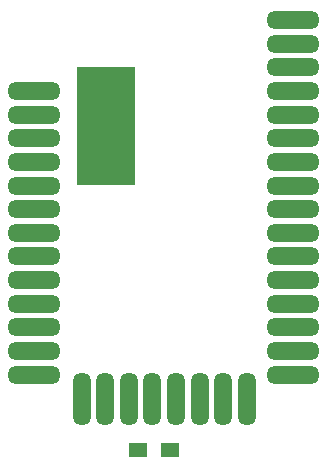
<source format=gbr>
G04 #@! TF.FileFunction,Paste,Top*
%FSLAX46Y46*%
G04 Gerber Fmt 4.6, Leading zero omitted, Abs format (unit mm)*
G04 Created by KiCad (PCBNEW 4.0.6) date 12/04/17 20:40:56*
%MOMM*%
%LPD*%
G01*
G04 APERTURE LIST*
%ADD10C,0.050000*%
%ADD11R,1.500000X1.300000*%
%ADD12O,4.500000X1.524000*%
%ADD13O,1.524000X4.500000*%
%ADD14R,5.000000X10.000000*%
G04 APERTURE END LIST*
D10*
D11*
X137080000Y-96520000D03*
X139780000Y-96520000D03*
D12*
X128270000Y-66120000D03*
X128270000Y-68120000D03*
X128270000Y-70120000D03*
X128270000Y-72120000D03*
X128270000Y-74120000D03*
X128270000Y-76120000D03*
X128270000Y-78120000D03*
X128270000Y-80120000D03*
X128270000Y-82120000D03*
X128270000Y-84120000D03*
X128270000Y-86120000D03*
X128270000Y-88120000D03*
X128270000Y-90120000D03*
D13*
X132270000Y-92200000D03*
X134270000Y-92200000D03*
X136270000Y-92200000D03*
X138270000Y-92200000D03*
X140270000Y-92200000D03*
X142270000Y-92200000D03*
X144270000Y-92200000D03*
X146270000Y-92200000D03*
D12*
X150170000Y-90120000D03*
X150170000Y-88120000D03*
X150170000Y-86120000D03*
X150170000Y-84120000D03*
X150170000Y-82120000D03*
X150170000Y-80120000D03*
X150170000Y-78120000D03*
X150170000Y-76120000D03*
X150170000Y-74120000D03*
X150170000Y-72120000D03*
X150170000Y-70120000D03*
X150170000Y-68120000D03*
X150170000Y-66120000D03*
X150170000Y-64120000D03*
X150170000Y-62120000D03*
X150170000Y-60120000D03*
D14*
X134370000Y-69090000D03*
M02*

</source>
